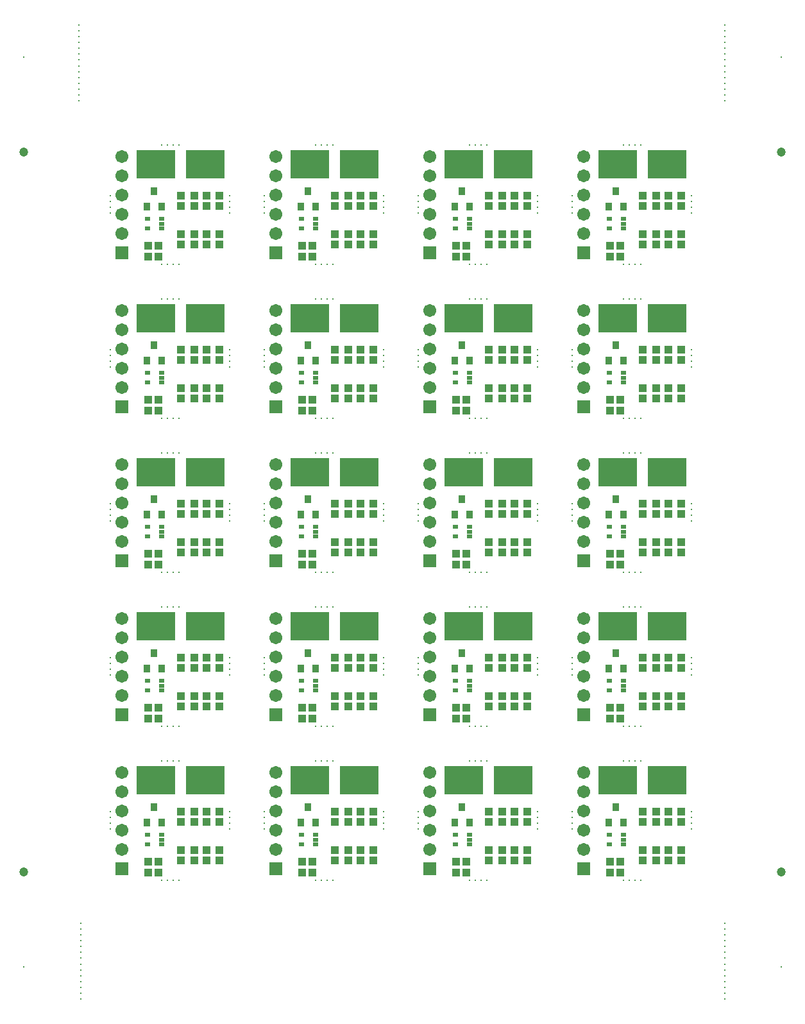
<source format=gts>
%FSLAX25Y25*%
%MOIN*%
G70*
G01*
G75*
G04 Layer_Color=8388736*
%ADD10C,0.03937*%
%ADD11R,0.19685X0.13780*%
%ADD12R,0.02756X0.03543*%
%ADD13R,0.01969X0.01575*%
%ADD14R,0.03600X0.03600*%
%ADD15C,0.01000*%
%ADD16R,0.05906X0.05906*%
%ADD17C,0.05906*%
%ADD18C,0.03000*%
%ADD19C,0.00600*%
%ADD20C,0.00787*%
%ADD21C,0.04737*%
%ADD22R,0.20485X0.14579*%
%ADD23R,0.03556X0.04343*%
%ADD24R,0.02769X0.02375*%
%ADD25R,0.04400X0.04400*%
%ADD26C,0.00800*%
%ADD27R,0.06706X0.06706*%
%ADD28C,0.06706*%
D21*
X413386Y442913D02*
D03*
X19685D02*
D03*
X413386Y68898D02*
D03*
X19685D02*
D03*
D22*
X113901Y116713D02*
D03*
X88311D02*
D03*
X193902D02*
D03*
X168311D02*
D03*
X273902D02*
D03*
X248311D02*
D03*
X353902D02*
D03*
X328311D02*
D03*
X113901Y196713D02*
D03*
X88311D02*
D03*
X193902D02*
D03*
X168311D02*
D03*
X273902D02*
D03*
X248311D02*
D03*
X353902D02*
D03*
X328311D02*
D03*
X113901Y276713D02*
D03*
X88311D02*
D03*
X193902D02*
D03*
X168311D02*
D03*
X273902D02*
D03*
X248311D02*
D03*
X353902D02*
D03*
X328311D02*
D03*
X113901Y356713D02*
D03*
X88311D02*
D03*
X193902D02*
D03*
X168311D02*
D03*
X273902D02*
D03*
X248311D02*
D03*
X353902D02*
D03*
X328311D02*
D03*
X113901Y436713D02*
D03*
X88311D02*
D03*
X193902D02*
D03*
X168311D02*
D03*
X273902D02*
D03*
X248311D02*
D03*
X353902D02*
D03*
X328311D02*
D03*
D23*
X83713Y94713D02*
D03*
X91193D02*
D03*
X87453Y102587D02*
D03*
X163713Y94713D02*
D03*
X171193D02*
D03*
X167453Y102587D02*
D03*
X243713Y94713D02*
D03*
X251193D02*
D03*
X247453Y102587D02*
D03*
X323713Y94713D02*
D03*
X331193D02*
D03*
X327453Y102587D02*
D03*
X83713Y174713D02*
D03*
X91193D02*
D03*
X87453Y182587D02*
D03*
X163713Y174713D02*
D03*
X171193D02*
D03*
X167453Y182587D02*
D03*
X243713Y174713D02*
D03*
X251193D02*
D03*
X247453Y182587D02*
D03*
X323713Y174713D02*
D03*
X331193D02*
D03*
X327453Y182587D02*
D03*
X83713Y254713D02*
D03*
X91193D02*
D03*
X87453Y262587D02*
D03*
X163713Y254713D02*
D03*
X171193D02*
D03*
X167453Y262587D02*
D03*
X243713Y254713D02*
D03*
X251193D02*
D03*
X247453Y262587D02*
D03*
X323713Y254713D02*
D03*
X331193D02*
D03*
X327453Y262587D02*
D03*
X83713Y334713D02*
D03*
X91193D02*
D03*
X87453Y342587D02*
D03*
X163713Y334713D02*
D03*
X171193D02*
D03*
X167453Y342587D02*
D03*
X243713Y334713D02*
D03*
X251193D02*
D03*
X247453Y342587D02*
D03*
X323713Y334713D02*
D03*
X331193D02*
D03*
X327453Y342587D02*
D03*
X83713Y414713D02*
D03*
X91193D02*
D03*
X87453Y422587D02*
D03*
X163713Y414713D02*
D03*
X171193D02*
D03*
X167453Y422587D02*
D03*
X243713Y414713D02*
D03*
X251193D02*
D03*
X247453Y422587D02*
D03*
X323713Y414713D02*
D03*
X331193D02*
D03*
X327453Y422587D02*
D03*
D24*
X83972Y83153D02*
D03*
X91453Y85713D02*
D03*
Y83153D02*
D03*
Y88272D02*
D03*
X83972D02*
D03*
X163972Y83153D02*
D03*
X171453Y85713D02*
D03*
Y83153D02*
D03*
Y88272D02*
D03*
X163972D02*
D03*
X243972Y83153D02*
D03*
X251453Y85713D02*
D03*
Y83153D02*
D03*
Y88272D02*
D03*
X243972D02*
D03*
X323972Y83153D02*
D03*
X331453Y85713D02*
D03*
Y83153D02*
D03*
Y88272D02*
D03*
X323972D02*
D03*
X83972Y163154D02*
D03*
X91453Y165713D02*
D03*
Y163154D02*
D03*
Y168272D02*
D03*
X83972D02*
D03*
X163972Y163154D02*
D03*
X171453Y165713D02*
D03*
Y163154D02*
D03*
Y168272D02*
D03*
X163972D02*
D03*
X243972Y163154D02*
D03*
X251453Y165713D02*
D03*
Y163154D02*
D03*
Y168272D02*
D03*
X243972D02*
D03*
X323972Y163154D02*
D03*
X331453Y165713D02*
D03*
Y163154D02*
D03*
Y168272D02*
D03*
X323972D02*
D03*
X83972Y243154D02*
D03*
X91453Y245713D02*
D03*
Y243154D02*
D03*
Y248272D02*
D03*
X83972D02*
D03*
X163972Y243154D02*
D03*
X171453Y245713D02*
D03*
Y243154D02*
D03*
Y248272D02*
D03*
X163972D02*
D03*
X243972Y243154D02*
D03*
X251453Y245713D02*
D03*
Y243154D02*
D03*
Y248272D02*
D03*
X243972D02*
D03*
X323972Y243154D02*
D03*
X331453Y245713D02*
D03*
Y243154D02*
D03*
Y248272D02*
D03*
X323972D02*
D03*
X83972Y323153D02*
D03*
X91453Y325713D02*
D03*
Y323153D02*
D03*
Y328272D02*
D03*
X83972D02*
D03*
X163972Y323153D02*
D03*
X171453Y325713D02*
D03*
Y323153D02*
D03*
Y328272D02*
D03*
X163972D02*
D03*
X243972Y323153D02*
D03*
X251453Y325713D02*
D03*
Y323153D02*
D03*
Y328272D02*
D03*
X243972D02*
D03*
X323972Y323153D02*
D03*
X331453Y325713D02*
D03*
Y323153D02*
D03*
Y328272D02*
D03*
X323972D02*
D03*
X83972Y403154D02*
D03*
X91453Y405713D02*
D03*
Y403154D02*
D03*
Y408272D02*
D03*
X83972D02*
D03*
X163972Y403154D02*
D03*
X171453Y405713D02*
D03*
Y403154D02*
D03*
Y408272D02*
D03*
X163972D02*
D03*
X243972Y403154D02*
D03*
X251453Y405713D02*
D03*
Y403154D02*
D03*
Y408272D02*
D03*
X243972D02*
D03*
X323972Y403154D02*
D03*
X331453Y405713D02*
D03*
Y403154D02*
D03*
Y408272D02*
D03*
X323972D02*
D03*
D25*
X89713Y68713D02*
D03*
Y74213D02*
D03*
X84213Y68713D02*
D03*
Y74213D02*
D03*
X108213Y74759D02*
D03*
Y80259D02*
D03*
X121213Y94759D02*
D03*
Y100259D02*
D03*
X114713Y94759D02*
D03*
Y100259D02*
D03*
X108213Y94759D02*
D03*
Y100259D02*
D03*
X101213Y94759D02*
D03*
Y100259D02*
D03*
X121213Y74759D02*
D03*
Y80259D02*
D03*
X114713Y74759D02*
D03*
Y80259D02*
D03*
X101213Y74759D02*
D03*
Y80259D02*
D03*
X169713Y68713D02*
D03*
Y74213D02*
D03*
X164213Y68713D02*
D03*
Y74213D02*
D03*
X188213Y74759D02*
D03*
Y80259D02*
D03*
X201213Y94759D02*
D03*
Y100259D02*
D03*
X194713Y94759D02*
D03*
Y100259D02*
D03*
X188213Y94759D02*
D03*
Y100259D02*
D03*
X181213Y94759D02*
D03*
Y100259D02*
D03*
X201213Y74759D02*
D03*
Y80259D02*
D03*
X194713Y74759D02*
D03*
Y80259D02*
D03*
X181213Y74759D02*
D03*
Y80259D02*
D03*
X249713Y68713D02*
D03*
Y74213D02*
D03*
X244213Y68713D02*
D03*
Y74213D02*
D03*
X268213Y74759D02*
D03*
Y80259D02*
D03*
X281213Y94759D02*
D03*
Y100259D02*
D03*
X274713Y94759D02*
D03*
Y100259D02*
D03*
X268213Y94759D02*
D03*
Y100259D02*
D03*
X261213Y94759D02*
D03*
Y100259D02*
D03*
X281213Y74759D02*
D03*
Y80259D02*
D03*
X274713Y74759D02*
D03*
Y80259D02*
D03*
X261213Y74759D02*
D03*
Y80259D02*
D03*
X329713Y68713D02*
D03*
Y74213D02*
D03*
X324213Y68713D02*
D03*
Y74213D02*
D03*
X348213Y74759D02*
D03*
Y80259D02*
D03*
X361213Y94759D02*
D03*
Y100259D02*
D03*
X354713Y94759D02*
D03*
Y100259D02*
D03*
X348213Y94759D02*
D03*
Y100259D02*
D03*
X341213Y94759D02*
D03*
Y100259D02*
D03*
X361213Y74759D02*
D03*
Y80259D02*
D03*
X354713Y74759D02*
D03*
Y80259D02*
D03*
X341213Y74759D02*
D03*
Y80259D02*
D03*
X89713Y148713D02*
D03*
Y154213D02*
D03*
X84213Y148713D02*
D03*
Y154213D02*
D03*
X108213Y154759D02*
D03*
Y160259D02*
D03*
X121213Y174759D02*
D03*
Y180259D02*
D03*
X114713Y174759D02*
D03*
Y180259D02*
D03*
X108213Y174759D02*
D03*
Y180259D02*
D03*
X101213Y174759D02*
D03*
Y180259D02*
D03*
X121213Y154759D02*
D03*
Y160259D02*
D03*
X114713Y154759D02*
D03*
Y160259D02*
D03*
X101213Y154759D02*
D03*
Y160259D02*
D03*
X169713Y148713D02*
D03*
Y154213D02*
D03*
X164213Y148713D02*
D03*
Y154213D02*
D03*
X188213Y154759D02*
D03*
Y160259D02*
D03*
X201213Y174759D02*
D03*
Y180259D02*
D03*
X194713Y174759D02*
D03*
Y180259D02*
D03*
X188213Y174759D02*
D03*
Y180259D02*
D03*
X181213Y174759D02*
D03*
Y180259D02*
D03*
X201213Y154759D02*
D03*
Y160259D02*
D03*
X194713Y154759D02*
D03*
Y160259D02*
D03*
X181213Y154759D02*
D03*
Y160259D02*
D03*
X249713Y148713D02*
D03*
Y154213D02*
D03*
X244213Y148713D02*
D03*
Y154213D02*
D03*
X268213Y154759D02*
D03*
Y160259D02*
D03*
X281213Y174759D02*
D03*
Y180259D02*
D03*
X274713Y174759D02*
D03*
Y180259D02*
D03*
X268213Y174759D02*
D03*
Y180259D02*
D03*
X261213Y174759D02*
D03*
Y180259D02*
D03*
X281213Y154759D02*
D03*
Y160259D02*
D03*
X274713Y154759D02*
D03*
Y160259D02*
D03*
X261213Y154759D02*
D03*
Y160259D02*
D03*
X329713Y148713D02*
D03*
Y154213D02*
D03*
X324213Y148713D02*
D03*
Y154213D02*
D03*
X348213Y154759D02*
D03*
Y160259D02*
D03*
X361213Y174759D02*
D03*
Y180259D02*
D03*
X354713Y174759D02*
D03*
Y180259D02*
D03*
X348213Y174759D02*
D03*
Y180259D02*
D03*
X341213Y174759D02*
D03*
Y180259D02*
D03*
X361213Y154759D02*
D03*
Y160259D02*
D03*
X354713Y154759D02*
D03*
Y160259D02*
D03*
X341213Y154759D02*
D03*
Y160259D02*
D03*
X89713Y228713D02*
D03*
Y234213D02*
D03*
X84213Y228713D02*
D03*
Y234213D02*
D03*
X108213Y234759D02*
D03*
Y240259D02*
D03*
X121213Y254759D02*
D03*
Y260259D02*
D03*
X114713Y254759D02*
D03*
Y260259D02*
D03*
X108213Y254759D02*
D03*
Y260259D02*
D03*
X101213Y254759D02*
D03*
Y260259D02*
D03*
X121213Y234759D02*
D03*
Y240259D02*
D03*
X114713Y234759D02*
D03*
Y240259D02*
D03*
X101213Y234759D02*
D03*
Y240259D02*
D03*
X169713Y228713D02*
D03*
Y234213D02*
D03*
X164213Y228713D02*
D03*
Y234213D02*
D03*
X188213Y234759D02*
D03*
Y240259D02*
D03*
X201213Y254759D02*
D03*
Y260259D02*
D03*
X194713Y254759D02*
D03*
Y260259D02*
D03*
X188213Y254759D02*
D03*
Y260259D02*
D03*
X181213Y254759D02*
D03*
Y260259D02*
D03*
X201213Y234759D02*
D03*
Y240259D02*
D03*
X194713Y234759D02*
D03*
Y240259D02*
D03*
X181213Y234759D02*
D03*
Y240259D02*
D03*
X249713Y228713D02*
D03*
Y234213D02*
D03*
X244213Y228713D02*
D03*
Y234213D02*
D03*
X268213Y234759D02*
D03*
Y240259D02*
D03*
X281213Y254759D02*
D03*
Y260259D02*
D03*
X274713Y254759D02*
D03*
Y260259D02*
D03*
X268213Y254759D02*
D03*
Y260259D02*
D03*
X261213Y254759D02*
D03*
Y260259D02*
D03*
X281213Y234759D02*
D03*
Y240259D02*
D03*
X274713Y234759D02*
D03*
Y240259D02*
D03*
X261213Y234759D02*
D03*
Y240259D02*
D03*
X329713Y228713D02*
D03*
Y234213D02*
D03*
X324213Y228713D02*
D03*
Y234213D02*
D03*
X348213Y234759D02*
D03*
Y240259D02*
D03*
X361213Y254759D02*
D03*
Y260259D02*
D03*
X354713Y254759D02*
D03*
Y260259D02*
D03*
X348213Y254759D02*
D03*
Y260259D02*
D03*
X341213Y254759D02*
D03*
Y260259D02*
D03*
X361213Y234759D02*
D03*
Y240259D02*
D03*
X354713Y234759D02*
D03*
Y240259D02*
D03*
X341213Y234759D02*
D03*
Y240259D02*
D03*
X89713Y308713D02*
D03*
Y314213D02*
D03*
X84213Y308713D02*
D03*
Y314213D02*
D03*
X108213Y314759D02*
D03*
Y320259D02*
D03*
X121213Y334759D02*
D03*
Y340259D02*
D03*
X114713Y334759D02*
D03*
Y340259D02*
D03*
X108213Y334759D02*
D03*
Y340259D02*
D03*
X101213Y334759D02*
D03*
Y340259D02*
D03*
X121213Y314759D02*
D03*
Y320259D02*
D03*
X114713Y314759D02*
D03*
Y320259D02*
D03*
X101213Y314759D02*
D03*
Y320259D02*
D03*
X169713Y308713D02*
D03*
Y314213D02*
D03*
X164213Y308713D02*
D03*
Y314213D02*
D03*
X188213Y314759D02*
D03*
Y320259D02*
D03*
X201213Y334759D02*
D03*
Y340259D02*
D03*
X194713Y334759D02*
D03*
Y340259D02*
D03*
X188213Y334759D02*
D03*
Y340259D02*
D03*
X181213Y334759D02*
D03*
Y340259D02*
D03*
X201213Y314759D02*
D03*
Y320259D02*
D03*
X194713Y314759D02*
D03*
Y320259D02*
D03*
X181213Y314759D02*
D03*
Y320259D02*
D03*
X249713Y308713D02*
D03*
Y314213D02*
D03*
X244213Y308713D02*
D03*
Y314213D02*
D03*
X268213Y314759D02*
D03*
Y320259D02*
D03*
X281213Y334759D02*
D03*
Y340259D02*
D03*
X274713Y334759D02*
D03*
Y340259D02*
D03*
X268213Y334759D02*
D03*
Y340259D02*
D03*
X261213Y334759D02*
D03*
Y340259D02*
D03*
X281213Y314759D02*
D03*
Y320259D02*
D03*
X274713Y314759D02*
D03*
Y320259D02*
D03*
X261213Y314759D02*
D03*
Y320259D02*
D03*
X329713Y308713D02*
D03*
Y314213D02*
D03*
X324213Y308713D02*
D03*
Y314213D02*
D03*
X348213Y314759D02*
D03*
Y320259D02*
D03*
X361213Y334759D02*
D03*
Y340259D02*
D03*
X354713Y334759D02*
D03*
Y340259D02*
D03*
X348213Y334759D02*
D03*
Y340259D02*
D03*
X341213Y334759D02*
D03*
Y340259D02*
D03*
X361213Y314759D02*
D03*
Y320259D02*
D03*
X354713Y314759D02*
D03*
Y320259D02*
D03*
X341213Y314759D02*
D03*
Y320259D02*
D03*
X89713Y388713D02*
D03*
Y394213D02*
D03*
X84213Y388713D02*
D03*
Y394213D02*
D03*
X108213Y394759D02*
D03*
Y400259D02*
D03*
X121213Y414759D02*
D03*
Y420259D02*
D03*
X114713Y414759D02*
D03*
Y420259D02*
D03*
X108213Y414759D02*
D03*
Y420259D02*
D03*
X101213Y414759D02*
D03*
Y420259D02*
D03*
X121213Y394759D02*
D03*
Y400259D02*
D03*
X114713Y394759D02*
D03*
Y400259D02*
D03*
X101213Y394759D02*
D03*
Y400259D02*
D03*
X169713Y388713D02*
D03*
Y394213D02*
D03*
X164213Y388713D02*
D03*
Y394213D02*
D03*
X188213Y394759D02*
D03*
Y400259D02*
D03*
X201213Y414759D02*
D03*
Y420259D02*
D03*
X194713Y414759D02*
D03*
Y420259D02*
D03*
X188213Y414759D02*
D03*
Y420259D02*
D03*
X181213Y414759D02*
D03*
Y420259D02*
D03*
X201213Y394759D02*
D03*
Y400259D02*
D03*
X194713Y394759D02*
D03*
Y400259D02*
D03*
X181213Y394759D02*
D03*
Y400259D02*
D03*
X249713Y388713D02*
D03*
Y394213D02*
D03*
X244213Y388713D02*
D03*
Y394213D02*
D03*
X268213Y394759D02*
D03*
Y400259D02*
D03*
X281213Y414759D02*
D03*
Y420259D02*
D03*
X274713Y414759D02*
D03*
Y420259D02*
D03*
X268213Y414759D02*
D03*
Y420259D02*
D03*
X261213Y414759D02*
D03*
Y420259D02*
D03*
X281213Y394759D02*
D03*
Y400259D02*
D03*
X274713Y394759D02*
D03*
Y400259D02*
D03*
X261213Y394759D02*
D03*
Y400259D02*
D03*
X329713Y388713D02*
D03*
Y394213D02*
D03*
X324213Y388713D02*
D03*
Y394213D02*
D03*
X348213Y394759D02*
D03*
Y400259D02*
D03*
X361213Y414759D02*
D03*
Y420259D02*
D03*
X354713Y414759D02*
D03*
Y420259D02*
D03*
X348213Y414759D02*
D03*
Y420259D02*
D03*
X341213Y414759D02*
D03*
Y420259D02*
D03*
X361213Y394759D02*
D03*
Y400259D02*
D03*
X354713Y394759D02*
D03*
Y400259D02*
D03*
X341213Y394759D02*
D03*
Y400259D02*
D03*
D26*
X48228Y493858D02*
D03*
Y490858D02*
D03*
Y496858D02*
D03*
Y499858D02*
D03*
Y502858D02*
D03*
Y505858D02*
D03*
Y508858D02*
D03*
Y472488D02*
D03*
Y475488D02*
D03*
Y478488D02*
D03*
Y481488D02*
D03*
Y484488D02*
D03*
Y487488D02*
D03*
Y469488D02*
D03*
X383858Y493858D02*
D03*
Y490858D02*
D03*
Y496858D02*
D03*
Y499858D02*
D03*
Y502858D02*
D03*
Y505858D02*
D03*
Y508858D02*
D03*
Y472488D02*
D03*
Y475488D02*
D03*
Y478488D02*
D03*
Y481488D02*
D03*
Y484488D02*
D03*
Y487488D02*
D03*
Y469488D02*
D03*
Y27323D02*
D03*
Y24323D02*
D03*
Y30323D02*
D03*
Y33323D02*
D03*
Y36323D02*
D03*
Y39323D02*
D03*
Y42323D02*
D03*
Y5953D02*
D03*
Y8953D02*
D03*
Y11953D02*
D03*
Y14953D02*
D03*
Y17953D02*
D03*
Y20953D02*
D03*
Y2953D02*
D03*
X49213D02*
D03*
Y20953D02*
D03*
Y17953D02*
D03*
Y14953D02*
D03*
Y11953D02*
D03*
Y8953D02*
D03*
Y5953D02*
D03*
Y42323D02*
D03*
Y39323D02*
D03*
Y36323D02*
D03*
Y33323D02*
D03*
Y30323D02*
D03*
Y24323D02*
D03*
Y27323D02*
D03*
X413386Y492126D02*
D03*
X19685D02*
D03*
X413386Y19685D02*
D03*
X19685D02*
D03*
X91213Y126713D02*
D03*
X94213D02*
D03*
X100213D02*
D03*
X97213D02*
D03*
X126713Y91213D02*
D03*
Y94213D02*
D03*
Y100213D02*
D03*
Y97213D02*
D03*
X91213Y64713D02*
D03*
X94213D02*
D03*
X100213D02*
D03*
X97213D02*
D03*
X64713Y97213D02*
D03*
Y100213D02*
D03*
Y94213D02*
D03*
Y91213D02*
D03*
X171213Y126713D02*
D03*
X174213D02*
D03*
X180213D02*
D03*
X177213D02*
D03*
X206713Y91213D02*
D03*
Y94213D02*
D03*
Y100213D02*
D03*
Y97213D02*
D03*
X171213Y64713D02*
D03*
X174213D02*
D03*
X180213D02*
D03*
X177213D02*
D03*
X144713Y97213D02*
D03*
Y100213D02*
D03*
Y94213D02*
D03*
Y91213D02*
D03*
X251213Y126713D02*
D03*
X254213D02*
D03*
X260213D02*
D03*
X257213D02*
D03*
X286713Y91213D02*
D03*
Y94213D02*
D03*
Y100213D02*
D03*
Y97213D02*
D03*
X251213Y64713D02*
D03*
X254213D02*
D03*
X260213D02*
D03*
X257213D02*
D03*
X224713Y97213D02*
D03*
Y100213D02*
D03*
Y94213D02*
D03*
Y91213D02*
D03*
X331213Y126713D02*
D03*
X334213D02*
D03*
X340213D02*
D03*
X337213D02*
D03*
X366713Y91213D02*
D03*
Y94213D02*
D03*
Y100213D02*
D03*
Y97213D02*
D03*
X331213Y64713D02*
D03*
X334213D02*
D03*
X340213D02*
D03*
X337213D02*
D03*
X304713Y97213D02*
D03*
Y100213D02*
D03*
Y94213D02*
D03*
Y91213D02*
D03*
X91213Y206713D02*
D03*
X94213D02*
D03*
X100213D02*
D03*
X97213D02*
D03*
X126713Y171213D02*
D03*
Y174213D02*
D03*
Y180213D02*
D03*
Y177213D02*
D03*
X91213Y144713D02*
D03*
X94213D02*
D03*
X100213D02*
D03*
X97213D02*
D03*
X64713Y177213D02*
D03*
Y180213D02*
D03*
Y174213D02*
D03*
Y171213D02*
D03*
X171213Y206713D02*
D03*
X174213D02*
D03*
X180213D02*
D03*
X177213D02*
D03*
X206713Y171213D02*
D03*
Y174213D02*
D03*
Y180213D02*
D03*
Y177213D02*
D03*
X171213Y144713D02*
D03*
X174213D02*
D03*
X180213D02*
D03*
X177213D02*
D03*
X144713Y177213D02*
D03*
Y180213D02*
D03*
Y174213D02*
D03*
Y171213D02*
D03*
X251213Y206713D02*
D03*
X254213D02*
D03*
X260213D02*
D03*
X257213D02*
D03*
X286713Y171213D02*
D03*
Y174213D02*
D03*
Y180213D02*
D03*
Y177213D02*
D03*
X251213Y144713D02*
D03*
X254213D02*
D03*
X260213D02*
D03*
X257213D02*
D03*
X224713Y177213D02*
D03*
Y180213D02*
D03*
Y174213D02*
D03*
Y171213D02*
D03*
X331213Y206713D02*
D03*
X334213D02*
D03*
X340213D02*
D03*
X337213D02*
D03*
X366713Y171213D02*
D03*
Y174213D02*
D03*
Y180213D02*
D03*
Y177213D02*
D03*
X331213Y144713D02*
D03*
X334213D02*
D03*
X340213D02*
D03*
X337213D02*
D03*
X304713Y177213D02*
D03*
Y180213D02*
D03*
Y174213D02*
D03*
Y171213D02*
D03*
X91213Y286713D02*
D03*
X94213D02*
D03*
X100213D02*
D03*
X97213D02*
D03*
X126713Y251213D02*
D03*
Y254213D02*
D03*
Y260213D02*
D03*
Y257213D02*
D03*
X91213Y224713D02*
D03*
X94213D02*
D03*
X100213D02*
D03*
X97213D02*
D03*
X64713Y257213D02*
D03*
Y260213D02*
D03*
Y254213D02*
D03*
Y251213D02*
D03*
X171213Y286713D02*
D03*
X174213D02*
D03*
X180213D02*
D03*
X177213D02*
D03*
X206713Y251213D02*
D03*
Y254213D02*
D03*
Y260213D02*
D03*
Y257213D02*
D03*
X171213Y224713D02*
D03*
X174213D02*
D03*
X180213D02*
D03*
X177213D02*
D03*
X144713Y257213D02*
D03*
Y260213D02*
D03*
Y254213D02*
D03*
Y251213D02*
D03*
X251213Y286713D02*
D03*
X254213D02*
D03*
X260213D02*
D03*
X257213D02*
D03*
X286713Y251213D02*
D03*
Y254213D02*
D03*
Y260213D02*
D03*
Y257213D02*
D03*
X251213Y224713D02*
D03*
X254213D02*
D03*
X260213D02*
D03*
X257213D02*
D03*
X224713Y257213D02*
D03*
Y260213D02*
D03*
Y254213D02*
D03*
Y251213D02*
D03*
X331213Y286713D02*
D03*
X334213D02*
D03*
X340213D02*
D03*
X337213D02*
D03*
X366713Y251213D02*
D03*
Y254213D02*
D03*
Y260213D02*
D03*
Y257213D02*
D03*
X331213Y224713D02*
D03*
X334213D02*
D03*
X340213D02*
D03*
X337213D02*
D03*
X304713Y257213D02*
D03*
Y260213D02*
D03*
Y254213D02*
D03*
Y251213D02*
D03*
X91213Y366713D02*
D03*
X94213D02*
D03*
X100213D02*
D03*
X97213D02*
D03*
X126713Y331213D02*
D03*
Y334213D02*
D03*
Y340213D02*
D03*
Y337213D02*
D03*
X91213Y304713D02*
D03*
X94213D02*
D03*
X100213D02*
D03*
X97213D02*
D03*
X64713Y337213D02*
D03*
Y340213D02*
D03*
Y334213D02*
D03*
Y331213D02*
D03*
X171213Y366713D02*
D03*
X174213D02*
D03*
X180213D02*
D03*
X177213D02*
D03*
X206713Y331213D02*
D03*
Y334213D02*
D03*
Y340213D02*
D03*
Y337213D02*
D03*
X171213Y304713D02*
D03*
X174213D02*
D03*
X180213D02*
D03*
X177213D02*
D03*
X144713Y337213D02*
D03*
Y340213D02*
D03*
Y334213D02*
D03*
Y331213D02*
D03*
X251213Y366713D02*
D03*
X254213D02*
D03*
X260213D02*
D03*
X257213D02*
D03*
X286713Y331213D02*
D03*
Y334213D02*
D03*
Y340213D02*
D03*
Y337213D02*
D03*
X251213Y304713D02*
D03*
X254213D02*
D03*
X260213D02*
D03*
X257213D02*
D03*
X224713Y337213D02*
D03*
Y340213D02*
D03*
Y334213D02*
D03*
Y331213D02*
D03*
X331213Y366713D02*
D03*
X334213D02*
D03*
X340213D02*
D03*
X337213D02*
D03*
X366713Y331213D02*
D03*
Y334213D02*
D03*
Y340213D02*
D03*
Y337213D02*
D03*
X331213Y304713D02*
D03*
X334213D02*
D03*
X340213D02*
D03*
X337213D02*
D03*
X304713Y337213D02*
D03*
Y340213D02*
D03*
Y334213D02*
D03*
Y331213D02*
D03*
X91213Y446713D02*
D03*
X94213D02*
D03*
X100213D02*
D03*
X97213D02*
D03*
X126713Y411213D02*
D03*
Y414213D02*
D03*
Y420213D02*
D03*
Y417213D02*
D03*
X91213Y384713D02*
D03*
X94213D02*
D03*
X100213D02*
D03*
X97213D02*
D03*
X64713Y417213D02*
D03*
Y420213D02*
D03*
Y414213D02*
D03*
Y411213D02*
D03*
X171213Y446713D02*
D03*
X174213D02*
D03*
X180213D02*
D03*
X177213D02*
D03*
X206713Y411213D02*
D03*
Y414213D02*
D03*
Y420213D02*
D03*
Y417213D02*
D03*
X171213Y384713D02*
D03*
X174213D02*
D03*
X180213D02*
D03*
X177213D02*
D03*
X144713Y417213D02*
D03*
Y420213D02*
D03*
Y414213D02*
D03*
Y411213D02*
D03*
X251213Y446713D02*
D03*
X254213D02*
D03*
X260213D02*
D03*
X257213D02*
D03*
X286713Y411213D02*
D03*
Y414213D02*
D03*
Y420213D02*
D03*
Y417213D02*
D03*
X251213Y384713D02*
D03*
X254213D02*
D03*
X260213D02*
D03*
X257213D02*
D03*
X224713Y417213D02*
D03*
Y420213D02*
D03*
Y414213D02*
D03*
Y411213D02*
D03*
X331213Y446713D02*
D03*
X334213D02*
D03*
X340213D02*
D03*
X337213D02*
D03*
X366713Y411213D02*
D03*
Y414213D02*
D03*
Y420213D02*
D03*
Y417213D02*
D03*
X331213Y384713D02*
D03*
X334213D02*
D03*
X340213D02*
D03*
X337213D02*
D03*
X304713Y417213D02*
D03*
Y420213D02*
D03*
Y414213D02*
D03*
Y411213D02*
D03*
D27*
X70713Y70713D02*
D03*
X150713D02*
D03*
X230713D02*
D03*
X310713D02*
D03*
X70713Y150713D02*
D03*
X150713D02*
D03*
X230713D02*
D03*
X310713D02*
D03*
X70713Y230713D02*
D03*
X150713D02*
D03*
X230713D02*
D03*
X310713D02*
D03*
X70713Y310713D02*
D03*
X150713D02*
D03*
X230713D02*
D03*
X310713D02*
D03*
X70713Y390713D02*
D03*
X150713D02*
D03*
X230713D02*
D03*
X310713D02*
D03*
D28*
X70713Y80713D02*
D03*
Y90713D02*
D03*
Y100713D02*
D03*
Y110713D02*
D03*
Y120713D02*
D03*
X150713Y80713D02*
D03*
Y90713D02*
D03*
Y100713D02*
D03*
Y110713D02*
D03*
Y120713D02*
D03*
X230713Y80713D02*
D03*
Y90713D02*
D03*
Y100713D02*
D03*
Y110713D02*
D03*
Y120713D02*
D03*
X310713Y80713D02*
D03*
Y90713D02*
D03*
Y100713D02*
D03*
Y110713D02*
D03*
Y120713D02*
D03*
X70713Y160713D02*
D03*
Y170713D02*
D03*
Y180713D02*
D03*
Y190713D02*
D03*
Y200713D02*
D03*
X150713Y160713D02*
D03*
Y170713D02*
D03*
Y180713D02*
D03*
Y190713D02*
D03*
Y200713D02*
D03*
X230713Y160713D02*
D03*
Y170713D02*
D03*
Y180713D02*
D03*
Y190713D02*
D03*
Y200713D02*
D03*
X310713Y160713D02*
D03*
Y170713D02*
D03*
Y180713D02*
D03*
Y190713D02*
D03*
Y200713D02*
D03*
X70713Y240713D02*
D03*
Y250713D02*
D03*
Y260713D02*
D03*
Y270713D02*
D03*
Y280713D02*
D03*
X150713Y240713D02*
D03*
Y250713D02*
D03*
Y260713D02*
D03*
Y270713D02*
D03*
Y280713D02*
D03*
X230713Y240713D02*
D03*
Y250713D02*
D03*
Y260713D02*
D03*
Y270713D02*
D03*
Y280713D02*
D03*
X310713Y240713D02*
D03*
Y250713D02*
D03*
Y260713D02*
D03*
Y270713D02*
D03*
Y280713D02*
D03*
X70713Y320713D02*
D03*
Y330713D02*
D03*
Y340713D02*
D03*
Y350713D02*
D03*
Y360713D02*
D03*
X150713Y320713D02*
D03*
Y330713D02*
D03*
Y340713D02*
D03*
Y350713D02*
D03*
Y360713D02*
D03*
X230713Y320713D02*
D03*
Y330713D02*
D03*
Y340713D02*
D03*
Y350713D02*
D03*
Y360713D02*
D03*
X310713Y320713D02*
D03*
Y330713D02*
D03*
Y340713D02*
D03*
Y350713D02*
D03*
Y360713D02*
D03*
X70713Y400713D02*
D03*
Y410713D02*
D03*
Y420713D02*
D03*
Y430713D02*
D03*
Y440713D02*
D03*
X150713Y400713D02*
D03*
Y410713D02*
D03*
Y420713D02*
D03*
Y430713D02*
D03*
Y440713D02*
D03*
X230713Y400713D02*
D03*
Y410713D02*
D03*
Y420713D02*
D03*
Y430713D02*
D03*
Y440713D02*
D03*
X310713Y400713D02*
D03*
Y410713D02*
D03*
Y420713D02*
D03*
Y430713D02*
D03*
Y440713D02*
D03*
M02*

</source>
